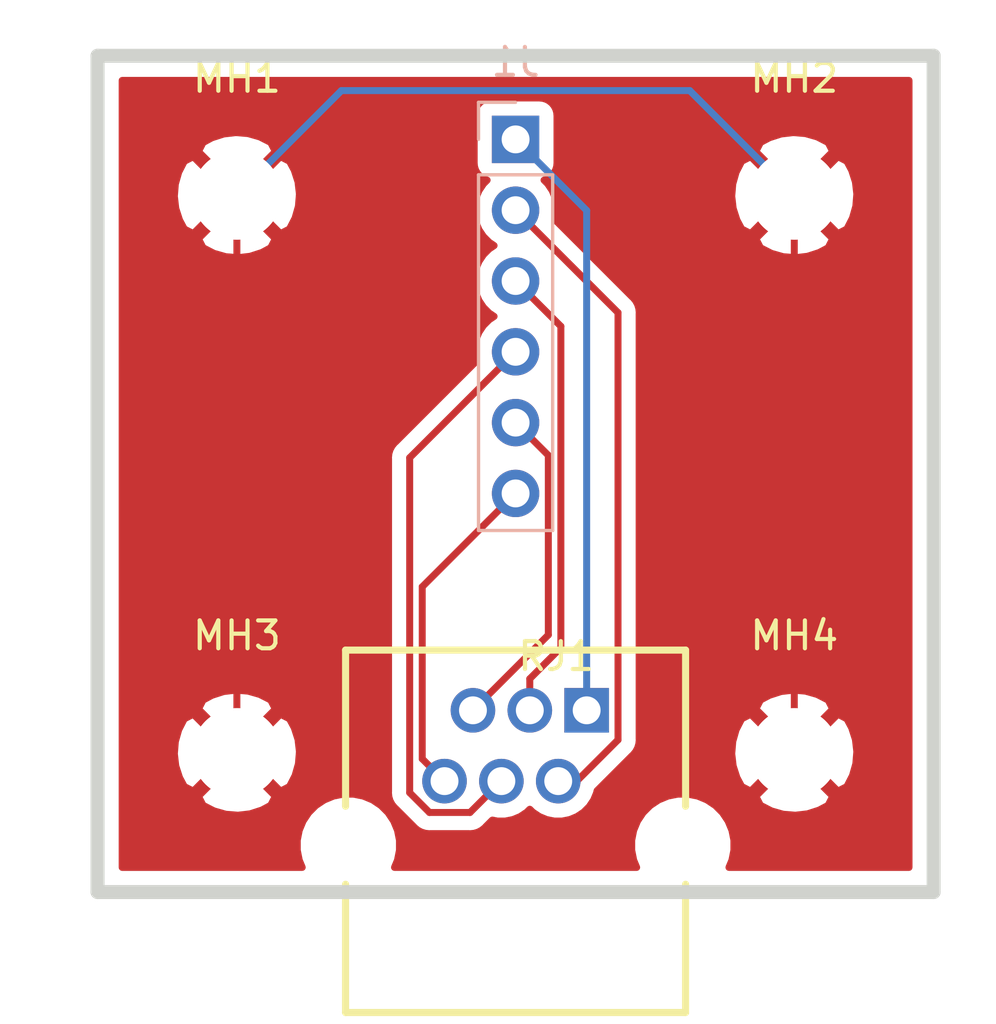
<source format=kicad_pcb>
(kicad_pcb (version 20171130) (host pcbnew "(5.1.9)-1")

  (general
    (thickness 1.6)
    (drawings 4)
    (tracks 29)
    (zones 0)
    (modules 6)
    (nets 8)
  )

  (page A4)
  (layers
    (0 F.Cu signal)
    (31 B.Cu signal)
    (32 B.Adhes user)
    (33 F.Adhes user)
    (34 B.Paste user)
    (35 F.Paste user)
    (36 B.SilkS user)
    (37 F.SilkS user)
    (38 B.Mask user)
    (39 F.Mask user)
    (40 Dwgs.User user)
    (41 Cmts.User user)
    (42 Eco1.User user)
    (43 Eco2.User user)
    (44 Edge.Cuts user)
    (45 Margin user)
    (46 B.CrtYd user)
    (47 F.CrtYd user)
    (48 B.Fab user)
    (49 F.Fab user)
  )

  (setup
    (last_trace_width 0.25)
    (trace_clearance 0.2)
    (zone_clearance 0.508)
    (zone_45_only no)
    (trace_min 0.2)
    (via_size 0.8)
    (via_drill 0.4)
    (via_min_size 0.4)
    (via_min_drill 0.3)
    (uvia_size 0.3)
    (uvia_drill 0.1)
    (uvias_allowed no)
    (uvia_min_size 0.2)
    (uvia_min_drill 0.1)
    (edge_width 0.05)
    (segment_width 0.2)
    (pcb_text_width 0.3)
    (pcb_text_size 1.5 1.5)
    (mod_edge_width 0.12)
    (mod_text_size 1 1)
    (mod_text_width 0.15)
    (pad_size 1.524 1.524)
    (pad_drill 0.762)
    (pad_to_mask_clearance 0)
    (aux_axis_origin 0 0)
    (visible_elements 7FFFFFFF)
    (pcbplotparams
      (layerselection 0x010fc_ffffffff)
      (usegerberextensions false)
      (usegerberattributes false)
      (usegerberadvancedattributes false)
      (creategerberjobfile true)
      (excludeedgelayer true)
      (linewidth 0.100000)
      (plotframeref false)
      (viasonmask false)
      (mode 1)
      (useauxorigin false)
      (hpglpennumber 1)
      (hpglpenspeed 20)
      (hpglpendiameter 15.000000)
      (psnegative false)
      (psa4output false)
      (plotreference true)
      (plotvalue true)
      (plotinvisibletext false)
      (padsonsilk false)
      (subtractmaskfromsilk false)
      (outputformat 1)
      (mirror false)
      (drillshape 0)
      (scaleselection 1)
      (outputdirectory "Gerber/"))
  )

  (net 0 "")
  (net 1 "Net-(J1-Pad1)")
  (net 2 GND)
  (net 3 VS)
  (net 4 "Net-(J1-Pad4)")
  (net 5 "Net-(J1-Pad5)")
  (net 6 "Net-(J1-Pad6)")
  (net 7 GNDPWR)

  (net_class Default "This is the default net class."
    (clearance 0.2)
    (trace_width 0.25)
    (via_dia 0.8)
    (via_drill 0.4)
    (uvia_dia 0.3)
    (uvia_drill 0.1)
    (add_net GND)
    (add_net GNDPWR)
    (add_net "Net-(J1-Pad1)")
    (add_net "Net-(J1-Pad4)")
    (add_net "Net-(J1-Pad5)")
    (add_net "Net-(J1-Pad6)")
    (add_net VS)
  )

  (module Connector:RJ11-TH_PCB-6P6C-90 (layer F.Cu) (tedit 61F05C05) (tstamp 61FA0AC3)
    (at 15 24.75)
    (path /61F9B2AE)
    (attr smd)
    (fp_text reference RJ1 (at 0 -3.207) (layer F.SilkS)
      (effects (font (size 1 1) (thickness 0.15)) (justify left))
    )
    (fp_text value PCB-6P6C-90 (at 0 -0.667) (layer F.Fab)
      (effects (font (size 1 1) (thickness 0.15)) (justify left))
    )
    (fp_circle (center 6.1 -3.43) (end 6.13 -3.43) (layer Eco2.User) (width 0.06))
    (fp_line (start 6.1 -3.43) (end 6.1 2.17) (layer F.SilkS) (width 0.254))
    (fp_line (start -6.1 2.17) (end -6.1 -3.43) (layer F.SilkS) (width 0.254))
    (fp_line (start -6.1 9.57) (end 6.1 9.57) (layer F.SilkS) (width 0.254))
    (fp_line (start -6.1 -3.43) (end 6.1 -3.43) (layer F.SilkS) (width 0.254))
    (fp_line (start -6.1 9.57) (end -6.1 4.97) (layer F.SilkS) (width 0.254))
    (fp_line (start 6.1 4.97) (end 6.1 9.57) (layer F.SilkS) (width 0.254))
    (fp_line (start 6.1 9.57) (end -6.1 9.57) (layer F.CrtYd) (width 0.12))
    (fp_line (start 6.1 -3.43) (end 6.1 9.57) (layer F.CrtYd) (width 0.12))
    (fp_line (start -6.1 -3.43) (end 6.1 -3.43) (layer F.CrtYd) (width 0.12))
    (fp_line (start -6.1 9.57) (end -6.1 -3.43) (layer F.CrtYd) (width 0.12))
    (fp_poly (pts (xy 0.76 -1.02) (xy 0.26 -1.02) (xy 0.26 -1.52) (xy 0.76 -1.52)) (layer Eco2.User) (width 0.12))
    (fp_poly (pts (xy -1.28 -1.02) (xy -1.78 -1.02) (xy -1.78 -1.52) (xy -1.28 -1.52)) (layer Eco2.User) (width 0.12))
    (fp_poly (pts (xy -2.3 1.52) (xy -2.8 1.52) (xy -2.8 1.02) (xy -2.3 1.02)) (layer Eco2.User) (width 0.12))
    (fp_poly (pts (xy -0.26 1.52) (xy -0.76 1.52) (xy -0.76 1.02) (xy -0.26 1.02)) (layer Eco2.User) (width 0.12))
    (fp_poly (pts (xy 1.78 1.52) (xy 1.28 1.52) (xy 1.28 1.02) (xy 1.78 1.02)) (layer Eco2.User) (width 0.12))
    (fp_poly (pts (xy 2.8 -1.02) (xy 2.3 -1.02) (xy 2.3 -1.52) (xy 2.8 -1.52)) (layer Eco2.User) (width 0.12))
    (fp_circle (center -6 3.57) (end -5.5 3.57) (layer Dwgs.User) (width 1))
    (fp_circle (center 6 3.57) (end 6.5 3.57) (layer Dwgs.User) (width 1))
    (pad "" np_thru_hole circle (at -6 3.57) (size 2.4 2.4) (drill 2.4) (layers *.Cu *.Mask))
    (pad "" np_thru_hole circle (at 6 3.57) (size 2.4 2.4) (drill 2.4) (layers *.Cu *.Mask))
    (pad 4 thru_hole circle (at -0.51 1.27 180) (size 1.6 1.6) (drill 1) (layers *.Cu *.Mask)
      (net 4 "Net-(J1-Pad4)"))
    (pad 3 thru_hole circle (at 0.51 -1.27 180) (size 1.6 1.6) (drill 1) (layers *.Cu *.Mask)
      (net 3 VS))
    (pad 2 thru_hole circle (at 1.53 1.27 180) (size 1.6 1.6) (drill 1) (layers *.Cu *.Mask)
      (net 7 GNDPWR))
    (pad 1 thru_hole rect (at 2.55 -1.27 180) (size 1.6 1.6) (drill 1) (layers *.Cu *.Mask)
      (net 1 "Net-(J1-Pad1)"))
    (pad 6 thru_hole circle (at -2.55 1.27 180) (size 1.6 1.6) (drill 1) (layers *.Cu *.Mask)
      (net 6 "Net-(J1-Pad6)"))
    (pad 5 thru_hole circle (at -1.53 -1.27 180) (size 1.6 1.6) (drill 1) (layers *.Cu *.Mask)
      (net 5 "Net-(J1-Pad5)"))
    (model ${KIPRJMOD}/kicad_lceda.3dshapes/RJ11-TH_PCB-6P6C-90.step
      (offset (xyz 0 -3.07 -3.5))
      (scale (xyz 1 1 1))
      (rotate (xyz 0 0 0))
    )
    (model ${KIPRJMOD}/kicad_lceda.3dshapes/RJ11-TH_PCB-6P6C-90.wrl
      (offset (xyz 0 -3.07 -3.5))
      (scale (xyz 1 1 1))
      (rotate (xyz 0 0 0))
    )
    (model ${KIPRJMOD}/tm5rj3-66_50_.stp
      (offset (xyz 0 -7 0))
      (scale (xyz 1 1 1))
      (rotate (xyz -90 0 0))
    )
  )

  (module Connector_PinSocket_2.54mm:PinSocket_1x06_P2.54mm_Vertical (layer B.Cu) (tedit 5A19A430) (tstamp 61FA0928)
    (at 15 3 180)
    (descr "Through hole straight socket strip, 1x06, 2.54mm pitch, single row (from Kicad 4.0.7), script generated")
    (tags "Through hole socket strip THT 1x06 2.54mm single row")
    (path /61F9C655)
    (fp_text reference J1 (at 0 2.77) (layer B.SilkS)
      (effects (font (size 1 1) (thickness 0.15)) (justify mirror))
    )
    (fp_text value Conn_01x06_Female (at 0 -15.47) (layer B.Fab)
      (effects (font (size 1 1) (thickness 0.15)) (justify mirror))
    )
    (fp_line (start -1.27 1.27) (end 0.635 1.27) (layer B.Fab) (width 0.1))
    (fp_line (start 0.635 1.27) (end 1.27 0.635) (layer B.Fab) (width 0.1))
    (fp_line (start 1.27 0.635) (end 1.27 -13.97) (layer B.Fab) (width 0.1))
    (fp_line (start 1.27 -13.97) (end -1.27 -13.97) (layer B.Fab) (width 0.1))
    (fp_line (start -1.27 -13.97) (end -1.27 1.27) (layer B.Fab) (width 0.1))
    (fp_line (start -1.33 -1.27) (end 1.33 -1.27) (layer B.SilkS) (width 0.12))
    (fp_line (start -1.33 -1.27) (end -1.33 -14.03) (layer B.SilkS) (width 0.12))
    (fp_line (start -1.33 -14.03) (end 1.33 -14.03) (layer B.SilkS) (width 0.12))
    (fp_line (start 1.33 -1.27) (end 1.33 -14.03) (layer B.SilkS) (width 0.12))
    (fp_line (start 1.33 1.33) (end 1.33 0) (layer B.SilkS) (width 0.12))
    (fp_line (start 0 1.33) (end 1.33 1.33) (layer B.SilkS) (width 0.12))
    (fp_line (start -1.8 1.8) (end 1.75 1.8) (layer B.CrtYd) (width 0.05))
    (fp_line (start 1.75 1.8) (end 1.75 -14.45) (layer B.CrtYd) (width 0.05))
    (fp_line (start 1.75 -14.45) (end -1.8 -14.45) (layer B.CrtYd) (width 0.05))
    (fp_line (start -1.8 -14.45) (end -1.8 1.8) (layer B.CrtYd) (width 0.05))
    (fp_text user %R (at 0 -6.35 270) (layer B.Fab)
      (effects (font (size 1 1) (thickness 0.15)) (justify mirror))
    )
    (pad 1 thru_hole rect (at 0 0 180) (size 1.7 1.7) (drill 1) (layers *.Cu *.Mask)
      (net 1 "Net-(J1-Pad1)"))
    (pad 2 thru_hole oval (at 0 -2.54 180) (size 1.7 1.7) (drill 1) (layers *.Cu *.Mask)
      (net 7 GNDPWR))
    (pad 3 thru_hole oval (at 0 -5.08 180) (size 1.7 1.7) (drill 1) (layers *.Cu *.Mask)
      (net 3 VS))
    (pad 4 thru_hole oval (at 0 -7.62 180) (size 1.7 1.7) (drill 1) (layers *.Cu *.Mask)
      (net 4 "Net-(J1-Pad4)"))
    (pad 5 thru_hole oval (at 0 -10.16 180) (size 1.7 1.7) (drill 1) (layers *.Cu *.Mask)
      (net 5 "Net-(J1-Pad5)"))
    (pad 6 thru_hole oval (at 0 -12.7 180) (size 1.7 1.7) (drill 1) (layers *.Cu *.Mask)
      (net 6 "Net-(J1-Pad6)"))
    (model ${KISYS3DMOD}/Connector_PinSocket_2.54mm.3dshapes/PinSocket_1x06_P2.54mm_Vertical.wrl
      (at (xyz 0 0 0))
      (scale (xyz 1 1 1))
      (rotate (xyz 0 0 0))
    )
  )

  (module MountingHole:MountingHole_3.2mm_M3 (layer F.Cu) (tedit 56D1B4CB) (tstamp 61FA0930)
    (at 5 5)
    (descr "Mounting Hole 3.2mm, no annular, M3")
    (tags "mounting hole 3.2mm no annular m3")
    (path /61F9E9A6)
    (attr virtual)
    (fp_text reference MH1 (at 0 -4.2) (layer F.SilkS)
      (effects (font (size 1 1) (thickness 0.15)))
    )
    (fp_text value MountingHole (at 0 4.2) (layer F.Fab)
      (effects (font (size 1 1) (thickness 0.15)))
    )
    (fp_circle (center 0 0) (end 3.2 0) (layer Cmts.User) (width 0.15))
    (fp_circle (center 0 0) (end 3.45 0) (layer F.CrtYd) (width 0.05))
    (fp_text user %R (at 0.3 0) (layer F.Fab)
      (effects (font (size 1 1) (thickness 0.15)))
    )
    (pad 1 np_thru_hole circle (at 0 0) (size 3.2 3.2) (drill 3.2) (layers *.Cu *.Mask)
      (net 2 GND))
  )

  (module MountingHole:MountingHole_3.2mm_M3 (layer F.Cu) (tedit 56D1B4CB) (tstamp 61FA0938)
    (at 25 5)
    (descr "Mounting Hole 3.2mm, no annular, M3")
    (tags "mounting hole 3.2mm no annular m3")
    (path /61F9F798)
    (attr virtual)
    (fp_text reference MH2 (at 0 -4.2) (layer F.SilkS)
      (effects (font (size 1 1) (thickness 0.15)))
    )
    (fp_text value MountingHole (at 0 4.2) (layer F.Fab)
      (effects (font (size 1 1) (thickness 0.15)))
    )
    (fp_circle (center 0 0) (end 3.45 0) (layer F.CrtYd) (width 0.05))
    (fp_circle (center 0 0) (end 3.2 0) (layer Cmts.User) (width 0.15))
    (fp_text user %R (at 0.3 0) (layer F.Fab)
      (effects (font (size 1 1) (thickness 0.15)))
    )
    (pad 1 np_thru_hole circle (at 0 0) (size 3.2 3.2) (drill 3.2) (layers *.Cu *.Mask)
      (net 2 GND))
  )

  (module MountingHole:MountingHole_3.2mm_M3 (layer F.Cu) (tedit 56D1B4CB) (tstamp 61FA0940)
    (at 5 25)
    (descr "Mounting Hole 3.2mm, no annular, M3")
    (tags "mounting hole 3.2mm no annular m3")
    (path /61F9FC9A)
    (attr virtual)
    (fp_text reference MH3 (at 0 -4.2) (layer F.SilkS)
      (effects (font (size 1 1) (thickness 0.15)))
    )
    (fp_text value MountingHole (at 0 4.2) (layer F.Fab)
      (effects (font (size 1 1) (thickness 0.15)))
    )
    (fp_circle (center 0 0) (end 3.2 0) (layer Cmts.User) (width 0.15))
    (fp_circle (center 0 0) (end 3.45 0) (layer F.CrtYd) (width 0.05))
    (fp_text user %R (at 0.3 0) (layer F.Fab)
      (effects (font (size 1 1) (thickness 0.15)))
    )
    (pad 1 np_thru_hole circle (at 0 0) (size 3.2 3.2) (drill 3.2) (layers *.Cu *.Mask)
      (net 2 GND))
  )

  (module MountingHole:MountingHole_3.2mm_M3 (layer F.Cu) (tedit 56D1B4CB) (tstamp 61FA0948)
    (at 25 25)
    (descr "Mounting Hole 3.2mm, no annular, M3")
    (tags "mounting hole 3.2mm no annular m3")
    (path /61FA013A)
    (attr virtual)
    (fp_text reference MH4 (at 0 -4.2) (layer F.SilkS)
      (effects (font (size 1 1) (thickness 0.15)))
    )
    (fp_text value MountingHole (at 0 4.2) (layer F.Fab)
      (effects (font (size 1 1) (thickness 0.15)))
    )
    (fp_circle (center 0 0) (end 3.45 0) (layer F.CrtYd) (width 0.05))
    (fp_circle (center 0 0) (end 3.2 0) (layer Cmts.User) (width 0.15))
    (fp_text user %R (at 0.3 0) (layer F.Fab)
      (effects (font (size 1 1) (thickness 0.15)))
    )
    (pad 1 np_thru_hole circle (at 0 0) (size 3.2 3.2) (drill 3.2) (layers *.Cu *.Mask)
      (net 2 GND))
  )

  (gr_line (start 0 30) (end 30 30) (layer Edge.Cuts) (width 0.5) (tstamp 61FA0AE8))
  (gr_line (start 30 0) (end 30 30) (layer Edge.Cuts) (width 0.5))
  (gr_line (start 0 0) (end 0 30) (layer Edge.Cuts) (width 0.5))
  (gr_line (start 0 0) (end 30 0) (layer Edge.Cuts) (width 0.5))

  (segment (start 17.55 5.55) (end 15 3) (width 0.25) (layer B.Cu) (net 1))
  (segment (start 17.55 23.48) (end 17.55 5.55) (width 0.25) (layer B.Cu) (net 1))
  (segment (start 25 5) (end 25 25) (width 0.25) (layer F.Cu) (net 2) (status 30))
  (segment (start 5 25) (end 5 5) (width 0.25) (layer F.Cu) (net 2) (status 30))
  (segment (start 23.98 26.02) (end 25 25) (width 0.25) (layer F.Cu) (net 2) (status 30))
  (segment (start 21.25 1.25) (end 25 5) (width 0.25) (layer B.Cu) (net 2))
  (segment (start 8.75 1.25) (end 21.25 1.25) (width 0.25) (layer B.Cu) (net 2))
  (segment (start 5 5) (end 8.75 1.25) (width 0.25) (layer B.Cu) (net 2))
  (segment (start 15.51 22.34863) (end 15.51 23.48) (width 0.25) (layer F.Cu) (net 3))
  (segment (start 16.625011 21.233619) (end 15.51 22.34863) (width 0.25) (layer F.Cu) (net 3))
  (segment (start 16.625011 9.705011) (end 16.625011 21.233619) (width 0.25) (layer F.Cu) (net 3))
  (segment (start 15 8.08) (end 16.625011 9.705011) (width 0.25) (layer F.Cu) (net 3))
  (segment (start 14.49 26.02) (end 14.344998 26.02) (width 0.25) (layer B.Cu) (net 4) (status 30))
  (segment (start 13.364999 27.145001) (end 14.49 26.02) (width 0.25) (layer F.Cu) (net 4))
  (segment (start 11.909999 27.145001) (end 13.364999 27.145001) (width 0.25) (layer F.Cu) (net 4))
  (segment (start 11.199992 26.434994) (end 11.909999 27.145001) (width 0.25) (layer F.Cu) (net 4))
  (segment (start 11.199992 14.420008) (end 11.199992 26.434994) (width 0.25) (layer F.Cu) (net 4))
  (segment (start 15 10.62) (end 11.199992 14.420008) (width 0.25) (layer F.Cu) (net 4))
  (segment (start 16.175001 20.774999) (end 13.47 23.48) (width 0.25) (layer F.Cu) (net 5))
  (segment (start 16.175001 14.335001) (end 16.175001 20.774999) (width 0.25) (layer F.Cu) (net 5))
  (segment (start 15 13.16) (end 16.175001 14.335001) (width 0.25) (layer F.Cu) (net 5))
  (segment (start 11.650001 25.220001) (end 12.45 26.02) (width 0.25) (layer F.Cu) (net 6))
  (segment (start 11.650001 19.049999) (end 11.650001 25.220001) (width 0.25) (layer F.Cu) (net 6))
  (segment (start 15 15.7) (end 11.650001 19.049999) (width 0.25) (layer F.Cu) (net 6))
  (segment (start 17.195002 26.02) (end 16.53 26.02) (width 0.25) (layer B.Cu) (net 7) (status 30))
  (segment (start 17.195002 26.02) (end 16.53 26.02) (width 0.25) (layer F.Cu) (net 7))
  (segment (start 18.675001 24.540001) (end 17.195002 26.02) (width 0.25) (layer F.Cu) (net 7))
  (segment (start 18.675001 9.215001) (end 18.675001 24.540001) (width 0.25) (layer F.Cu) (net 7))
  (segment (start 15 5.54) (end 18.675001 9.215001) (width 0.25) (layer F.Cu) (net 7))

  (zone (net 2) (net_name GND) (layer F.Cu) (tstamp 61FA11E3) (hatch edge 0.508)
    (connect_pads (clearance 0.508))
    (min_thickness 0.254)
    (fill yes (arc_segments 32) (thermal_gap 0.508) (thermal_bridge_width 0.508))
    (polygon
      (pts
        (xy 32.25 34.25) (xy -3.5 34.25) (xy -2.75 -2) (xy 32.25 -2)
      )
    )
    (filled_polygon
      (pts
        (xy 29.115001 29.115) (xy 22.65689 29.115) (xy 22.764482 28.85525) (xy 22.835 28.500732) (xy 22.835 28.139268)
        (xy 22.764482 27.78475) (xy 22.626156 27.450801) (xy 22.425338 27.150256) (xy 22.169744 26.894662) (xy 21.869199 26.693844)
        (xy 21.552939 26.562845) (xy 23.616761 26.562845) (xy 23.784802 26.888643) (xy 24.176607 27.089426) (xy 24.600055 27.209914)
        (xy 25.038873 27.245476) (xy 25.476197 27.194746) (xy 25.895221 27.059674) (xy 26.215198 26.888643) (xy 26.383239 26.562845)
        (xy 25 25.179605) (xy 23.616761 26.562845) (xy 21.552939 26.562845) (xy 21.53525 26.555518) (xy 21.180732 26.485)
        (xy 20.819268 26.485) (xy 20.46475 26.555518) (xy 20.130801 26.693844) (xy 19.830256 26.894662) (xy 19.574662 27.150256)
        (xy 19.373844 27.450801) (xy 19.235518 27.78475) (xy 19.165 28.139268) (xy 19.165 28.500732) (xy 19.235518 28.85525)
        (xy 19.34311 29.115) (xy 10.65689 29.115) (xy 10.764482 28.85525) (xy 10.835 28.500732) (xy 10.835 28.139268)
        (xy 10.764482 27.78475) (xy 10.626156 27.450801) (xy 10.425338 27.150256) (xy 10.169744 26.894662) (xy 9.869199 26.693844)
        (xy 9.53525 26.555518) (xy 9.180732 26.485) (xy 8.819268 26.485) (xy 8.46475 26.555518) (xy 8.130801 26.693844)
        (xy 7.830256 26.894662) (xy 7.574662 27.150256) (xy 7.373844 27.450801) (xy 7.235518 27.78475) (xy 7.165 28.139268)
        (xy 7.165 28.500732) (xy 7.235518 28.85525) (xy 7.34311 29.115) (xy 0.885 29.115) (xy 0.885 26.562845)
        (xy 3.616761 26.562845) (xy 3.784802 26.888643) (xy 4.176607 27.089426) (xy 4.600055 27.209914) (xy 5.038873 27.245476)
        (xy 5.476197 27.194746) (xy 5.895221 27.059674) (xy 6.215198 26.888643) (xy 6.383239 26.562845) (xy 5 25.179605)
        (xy 3.616761 26.562845) (xy 0.885 26.562845) (xy 0.885 25.038873) (xy 2.754524 25.038873) (xy 2.805254 25.476197)
        (xy 2.940326 25.895221) (xy 3.111357 26.215198) (xy 3.437155 26.383239) (xy 4.820395 25) (xy 5.179605 25)
        (xy 6.562845 26.383239) (xy 6.888643 26.215198) (xy 7.089426 25.823393) (xy 7.209914 25.399945) (xy 7.245476 24.961127)
        (xy 7.194746 24.523803) (xy 7.059674 24.104779) (xy 6.888643 23.784802) (xy 6.562845 23.616761) (xy 5.179605 25)
        (xy 4.820395 25) (xy 3.437155 23.616761) (xy 3.111357 23.784802) (xy 2.910574 24.176607) (xy 2.790086 24.600055)
        (xy 2.754524 25.038873) (xy 0.885 25.038873) (xy 0.885 23.437155) (xy 3.616761 23.437155) (xy 5 24.820395)
        (xy 6.383239 23.437155) (xy 6.215198 23.111357) (xy 5.823393 22.910574) (xy 5.399945 22.790086) (xy 4.961127 22.754524)
        (xy 4.523803 22.805254) (xy 4.104779 22.940326) (xy 3.784802 23.111357) (xy 3.616761 23.437155) (xy 0.885 23.437155)
        (xy 0.885 14.420008) (xy 10.436316 14.420008) (xy 10.439992 14.45733) (xy 10.439993 26.397662) (xy 10.436316 26.434994)
        (xy 10.45099 26.583979) (xy 10.494446 26.72724) (xy 10.565018 26.85927) (xy 10.594064 26.894662) (xy 10.659992 26.974995)
        (xy 10.68899 26.998793) (xy 11.3462 27.656003) (xy 11.369998 27.685002) (xy 11.398996 27.7088) (xy 11.485723 27.779975)
        (xy 11.617752 27.850547) (xy 11.761013 27.894004) (xy 11.909999 27.908678) (xy 11.947332 27.905001) (xy 13.327677 27.905001)
        (xy 13.364999 27.908677) (xy 13.402321 27.905001) (xy 13.402332 27.905001) (xy 13.513985 27.894004) (xy 13.657246 27.850547)
        (xy 13.789275 27.779975) (xy 13.905 27.685002) (xy 13.928803 27.655999) (xy 14.166113 27.418688) (xy 14.348665 27.455)
        (xy 14.631335 27.455) (xy 14.908574 27.399853) (xy 15.169727 27.29168) (xy 15.404759 27.134637) (xy 15.51 27.029396)
        (xy 15.615241 27.134637) (xy 15.850273 27.29168) (xy 16.111426 27.399853) (xy 16.388665 27.455) (xy 16.671335 27.455)
        (xy 16.948574 27.399853) (xy 17.209727 27.29168) (xy 17.444759 27.134637) (xy 17.644637 26.934759) (xy 17.80168 26.699727)
        (xy 17.909853 26.438574) (xy 17.92441 26.365393) (xy 19.186004 25.1038) (xy 19.215002 25.080002) (xy 19.248755 25.038873)
        (xy 22.754524 25.038873) (xy 22.805254 25.476197) (xy 22.940326 25.895221) (xy 23.111357 26.215198) (xy 23.437155 26.383239)
        (xy 24.820395 25) (xy 25.179605 25) (xy 26.562845 26.383239) (xy 26.888643 26.215198) (xy 27.089426 25.823393)
        (xy 27.209914 25.399945) (xy 27.245476 24.961127) (xy 27.194746 24.523803) (xy 27.059674 24.104779) (xy 26.888643 23.784802)
        (xy 26.562845 23.616761) (xy 25.179605 25) (xy 24.820395 25) (xy 23.437155 23.616761) (xy 23.111357 23.784802)
        (xy 22.910574 24.176607) (xy 22.790086 24.600055) (xy 22.754524 25.038873) (xy 19.248755 25.038873) (xy 19.309975 24.964277)
        (xy 19.380547 24.832248) (xy 19.424004 24.688987) (xy 19.435001 24.577334) (xy 19.435001 24.577326) (xy 19.438677 24.540001)
        (xy 19.435001 24.502676) (xy 19.435001 23.437155) (xy 23.616761 23.437155) (xy 25 24.820395) (xy 26.383239 23.437155)
        (xy 26.215198 23.111357) (xy 25.823393 22.910574) (xy 25.399945 22.790086) (xy 24.961127 22.754524) (xy 24.523803 22.805254)
        (xy 24.104779 22.940326) (xy 23.784802 23.111357) (xy 23.616761 23.437155) (xy 19.435001 23.437155) (xy 19.435001 9.252323)
        (xy 19.438677 9.215) (xy 19.435001 9.177677) (xy 19.435001 9.177668) (xy 19.424004 9.066015) (xy 19.380547 8.922754)
        (xy 19.309975 8.790725) (xy 19.215002 8.675) (xy 19.186005 8.651203) (xy 17.097647 6.562845) (xy 23.616761 6.562845)
        (xy 23.784802 6.888643) (xy 24.176607 7.089426) (xy 24.600055 7.209914) (xy 25.038873 7.245476) (xy 25.476197 7.194746)
        (xy 25.895221 7.059674) (xy 26.215198 6.888643) (xy 26.383239 6.562845) (xy 25 5.179605) (xy 23.616761 6.562845)
        (xy 17.097647 6.562845) (xy 16.441209 5.906408) (xy 16.485 5.68626) (xy 16.485 5.39374) (xy 16.427932 5.106842)
        (xy 16.399779 5.038873) (xy 22.754524 5.038873) (xy 22.805254 5.476197) (xy 22.940326 5.895221) (xy 23.111357 6.215198)
        (xy 23.437155 6.383239) (xy 24.820395 5) (xy 25.179605 5) (xy 26.562845 6.383239) (xy 26.888643 6.215198)
        (xy 27.089426 5.823393) (xy 27.209914 5.399945) (xy 27.245476 4.961127) (xy 27.194746 4.523803) (xy 27.059674 4.104779)
        (xy 26.888643 3.784802) (xy 26.562845 3.616761) (xy 25.179605 5) (xy 24.820395 5) (xy 23.437155 3.616761)
        (xy 23.111357 3.784802) (xy 22.910574 4.176607) (xy 22.790086 4.600055) (xy 22.754524 5.038873) (xy 16.399779 5.038873)
        (xy 16.31599 4.836589) (xy 16.153475 4.593368) (xy 16.02162 4.461513) (xy 16.09418 4.439502) (xy 16.204494 4.380537)
        (xy 16.301185 4.301185) (xy 16.380537 4.204494) (xy 16.439502 4.09418) (xy 16.475812 3.974482) (xy 16.488072 3.85)
        (xy 16.488072 3.437155) (xy 23.616761 3.437155) (xy 25 4.820395) (xy 26.383239 3.437155) (xy 26.215198 3.111357)
        (xy 25.823393 2.910574) (xy 25.399945 2.790086) (xy 24.961127 2.754524) (xy 24.523803 2.805254) (xy 24.104779 2.940326)
        (xy 23.784802 3.111357) (xy 23.616761 3.437155) (xy 16.488072 3.437155) (xy 16.488072 2.15) (xy 16.475812 2.025518)
        (xy 16.439502 1.90582) (xy 16.380537 1.795506) (xy 16.301185 1.698815) (xy 16.204494 1.619463) (xy 16.09418 1.560498)
        (xy 15.974482 1.524188) (xy 15.85 1.511928) (xy 14.15 1.511928) (xy 14.025518 1.524188) (xy 13.90582 1.560498)
        (xy 13.795506 1.619463) (xy 13.698815 1.698815) (xy 13.619463 1.795506) (xy 13.560498 1.90582) (xy 13.524188 2.025518)
        (xy 13.511928 2.15) (xy 13.511928 3.85) (xy 13.524188 3.974482) (xy 13.560498 4.09418) (xy 13.619463 4.204494)
        (xy 13.698815 4.301185) (xy 13.795506 4.380537) (xy 13.90582 4.439502) (xy 13.97838 4.461513) (xy 13.846525 4.593368)
        (xy 13.68401 4.836589) (xy 13.572068 5.106842) (xy 13.515 5.39374) (xy 13.515 5.68626) (xy 13.572068 5.973158)
        (xy 13.68401 6.243411) (xy 13.846525 6.486632) (xy 14.053368 6.693475) (xy 14.22776 6.81) (xy 14.053368 6.926525)
        (xy 13.846525 7.133368) (xy 13.68401 7.376589) (xy 13.572068 7.646842) (xy 13.515 7.93374) (xy 13.515 8.22626)
        (xy 13.572068 8.513158) (xy 13.68401 8.783411) (xy 13.846525 9.026632) (xy 14.053368 9.233475) (xy 14.22776 9.35)
        (xy 14.053368 9.466525) (xy 13.846525 9.673368) (xy 13.68401 9.916589) (xy 13.572068 10.186842) (xy 13.515 10.47374)
        (xy 13.515 10.76626) (xy 13.55879 10.986408) (xy 10.688995 13.856204) (xy 10.659991 13.880007) (xy 10.634782 13.910725)
        (xy 10.565018 13.995732) (xy 10.539884 14.042754) (xy 10.494446 14.127762) (xy 10.450989 14.271023) (xy 10.439992 14.382676)
        (xy 10.439992 14.382686) (xy 10.436316 14.420008) (xy 0.885 14.420008) (xy 0.885 6.562845) (xy 3.616761 6.562845)
        (xy 3.784802 6.888643) (xy 4.176607 7.089426) (xy 4.600055 7.209914) (xy 5.038873 7.245476) (xy 5.476197 7.194746)
        (xy 5.895221 7.059674) (xy 6.215198 6.888643) (xy 6.383239 6.562845) (xy 5 5.179605) (xy 3.616761 6.562845)
        (xy 0.885 6.562845) (xy 0.885 5.038873) (xy 2.754524 5.038873) (xy 2.805254 5.476197) (xy 2.940326 5.895221)
        (xy 3.111357 6.215198) (xy 3.437155 6.383239) (xy 4.820395 5) (xy 5.179605 5) (xy 6.562845 6.383239)
        (xy 6.888643 6.215198) (xy 7.089426 5.823393) (xy 7.209914 5.399945) (xy 7.245476 4.961127) (xy 7.194746 4.523803)
        (xy 7.059674 4.104779) (xy 6.888643 3.784802) (xy 6.562845 3.616761) (xy 5.179605 5) (xy 4.820395 5)
        (xy 3.437155 3.616761) (xy 3.111357 3.784802) (xy 2.910574 4.176607) (xy 2.790086 4.600055) (xy 2.754524 5.038873)
        (xy 0.885 5.038873) (xy 0.885 3.437155) (xy 3.616761 3.437155) (xy 5 4.820395) (xy 6.383239 3.437155)
        (xy 6.215198 3.111357) (xy 5.823393 2.910574) (xy 5.399945 2.790086) (xy 4.961127 2.754524) (xy 4.523803 2.805254)
        (xy 4.104779 2.940326) (xy 3.784802 3.111357) (xy 3.616761 3.437155) (xy 0.885 3.437155) (xy 0.885 0.885)
        (xy 29.115 0.885)
      )
    )
  )
  (zone (net 2) (net_name GND) (layer B.Cu) (tstamp 61FA11E0) (hatch edge 0.508)
    (connect_pads (clearance 0.508))
    (min_thickness 0.254)
    (fill yes (arc_segments 32) (thermal_gap 0.508) (thermal_bridge_width 0.508))
    (polygon
      (pts
        (xy 31.75 34.75) (xy -2.5 34.75) (xy -2.5 -2) (xy 31.75 -2)
      )
    )
  )
)

</source>
